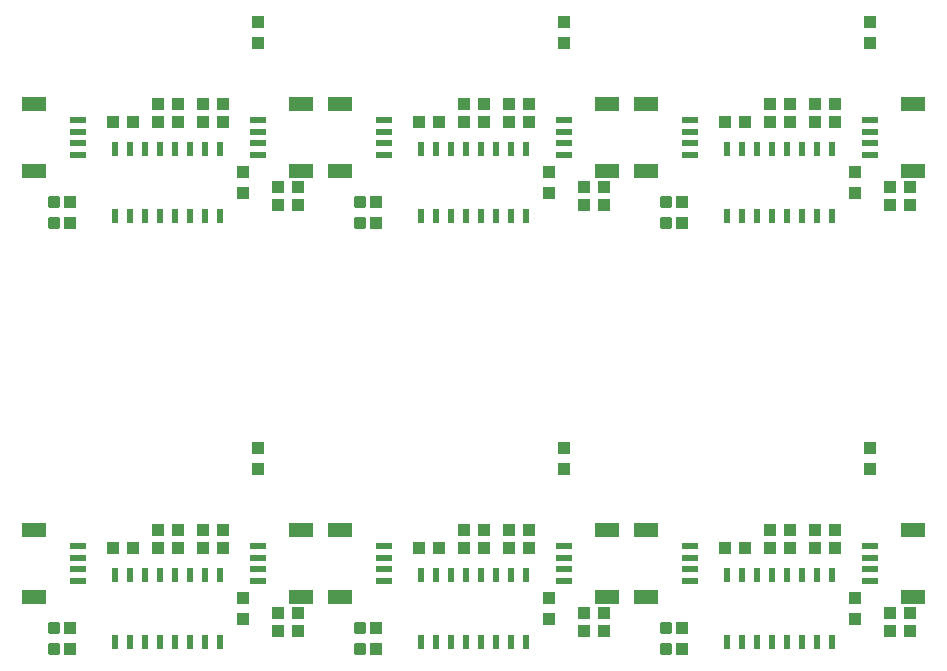
<source format=gtp>
G75*
%MOIN*%
%OFA0B0*%
%FSLAX25Y25*%
%IPPOS*%
%LPD*%
%AMOC8*
5,1,8,0,0,1.08239X$1,22.5*
%
%ADD10R,0.07874X0.04724*%
%ADD11R,0.05315X0.02362*%
%ADD12C,0.01181*%
%ADD13R,0.02362X0.04724*%
%ADD14R,0.04331X0.03937*%
%ADD15R,0.03937X0.04331*%
D10*
X0053873Y0072726D03*
X0053873Y0094774D03*
X0142810Y0094774D03*
X0155873Y0094774D03*
X0155873Y0072726D03*
X0142810Y0072726D03*
X0244810Y0072726D03*
X0257873Y0072726D03*
X0257873Y0094774D03*
X0244810Y0094774D03*
X0346810Y0094774D03*
X0346810Y0072726D03*
X0346810Y0214726D03*
X0346810Y0236774D03*
X0257873Y0236774D03*
X0244810Y0236774D03*
X0244810Y0214726D03*
X0257873Y0214726D03*
X0155873Y0214726D03*
X0142810Y0214726D03*
X0142810Y0236774D03*
X0155873Y0236774D03*
X0053873Y0236774D03*
X0053873Y0214726D03*
D11*
X0068342Y0219844D03*
X0068342Y0223781D03*
X0068342Y0227719D03*
X0068342Y0231656D03*
X0128342Y0231656D03*
X0128342Y0227719D03*
X0128342Y0223781D03*
X0128342Y0219844D03*
X0170342Y0219844D03*
X0170342Y0223781D03*
X0170342Y0227719D03*
X0170342Y0231656D03*
X0230342Y0231656D03*
X0230342Y0227719D03*
X0230342Y0223781D03*
X0230342Y0219844D03*
X0272342Y0219844D03*
X0272342Y0223781D03*
X0272342Y0227719D03*
X0272342Y0231656D03*
X0332342Y0231656D03*
X0332342Y0227719D03*
X0332342Y0223781D03*
X0332342Y0219844D03*
X0332342Y0089656D03*
X0332342Y0085719D03*
X0332342Y0081781D03*
X0332342Y0077844D03*
X0272342Y0077844D03*
X0272342Y0081781D03*
X0272342Y0085719D03*
X0272342Y0089656D03*
X0230342Y0089656D03*
X0230342Y0085719D03*
X0230342Y0081781D03*
X0230342Y0077844D03*
X0170342Y0077844D03*
X0170342Y0081781D03*
X0170342Y0085719D03*
X0170342Y0089656D03*
X0128342Y0089656D03*
X0128342Y0085719D03*
X0128342Y0081781D03*
X0128342Y0077844D03*
X0068342Y0077844D03*
X0068342Y0081781D03*
X0068342Y0085719D03*
X0068342Y0089656D03*
D12*
X0061720Y0053919D02*
X0058964Y0053919D01*
X0058964Y0056675D01*
X0061720Y0056675D01*
X0061720Y0053919D01*
X0061720Y0055041D02*
X0058964Y0055041D01*
X0058964Y0056163D02*
X0061720Y0056163D01*
X0061720Y0060825D02*
X0058964Y0060825D01*
X0058964Y0063581D01*
X0061720Y0063581D01*
X0061720Y0060825D01*
X0061720Y0061947D02*
X0058964Y0061947D01*
X0058964Y0063069D02*
X0061720Y0063069D01*
X0160964Y0060825D02*
X0163720Y0060825D01*
X0160964Y0060825D02*
X0160964Y0063581D01*
X0163720Y0063581D01*
X0163720Y0060825D01*
X0163720Y0061947D02*
X0160964Y0061947D01*
X0160964Y0063069D02*
X0163720Y0063069D01*
X0163720Y0053919D02*
X0160964Y0053919D01*
X0160964Y0056675D01*
X0163720Y0056675D01*
X0163720Y0053919D01*
X0163720Y0055041D02*
X0160964Y0055041D01*
X0160964Y0056163D02*
X0163720Y0056163D01*
X0262964Y0053919D02*
X0265720Y0053919D01*
X0262964Y0053919D02*
X0262964Y0056675D01*
X0265720Y0056675D01*
X0265720Y0053919D01*
X0265720Y0055041D02*
X0262964Y0055041D01*
X0262964Y0056163D02*
X0265720Y0056163D01*
X0265720Y0060825D02*
X0262964Y0060825D01*
X0262964Y0063581D01*
X0265720Y0063581D01*
X0265720Y0060825D01*
X0265720Y0061947D02*
X0262964Y0061947D01*
X0262964Y0063069D02*
X0265720Y0063069D01*
X0265720Y0195919D02*
X0262964Y0195919D01*
X0262964Y0198675D01*
X0265720Y0198675D01*
X0265720Y0195919D01*
X0265720Y0197041D02*
X0262964Y0197041D01*
X0262964Y0198163D02*
X0265720Y0198163D01*
X0265720Y0202825D02*
X0262964Y0202825D01*
X0262964Y0205581D01*
X0265720Y0205581D01*
X0265720Y0202825D01*
X0265720Y0203947D02*
X0262964Y0203947D01*
X0262964Y0205069D02*
X0265720Y0205069D01*
X0163720Y0202825D02*
X0160964Y0202825D01*
X0160964Y0205581D01*
X0163720Y0205581D01*
X0163720Y0202825D01*
X0163720Y0203947D02*
X0160964Y0203947D01*
X0160964Y0205069D02*
X0163720Y0205069D01*
X0163720Y0195919D02*
X0160964Y0195919D01*
X0160964Y0198675D01*
X0163720Y0198675D01*
X0163720Y0195919D01*
X0163720Y0197041D02*
X0160964Y0197041D01*
X0160964Y0198163D02*
X0163720Y0198163D01*
X0061720Y0195919D02*
X0058964Y0195919D01*
X0058964Y0198675D01*
X0061720Y0198675D01*
X0061720Y0195919D01*
X0061720Y0197041D02*
X0058964Y0197041D01*
X0058964Y0198163D02*
X0061720Y0198163D01*
X0061720Y0202825D02*
X0058964Y0202825D01*
X0058964Y0205581D01*
X0061720Y0205581D01*
X0061720Y0202825D01*
X0061720Y0203947D02*
X0058964Y0203947D01*
X0058964Y0205069D02*
X0061720Y0205069D01*
D13*
X0080842Y0199726D03*
X0085842Y0199726D03*
X0090842Y0199726D03*
X0095842Y0199726D03*
X0100842Y0199726D03*
X0105842Y0199726D03*
X0110842Y0199726D03*
X0115842Y0199726D03*
X0115842Y0221774D03*
X0110842Y0221774D03*
X0105842Y0221774D03*
X0100842Y0221774D03*
X0095842Y0221774D03*
X0090842Y0221774D03*
X0085842Y0221774D03*
X0080842Y0221774D03*
X0182842Y0221774D03*
X0187842Y0221774D03*
X0192842Y0221774D03*
X0197842Y0221774D03*
X0202842Y0221774D03*
X0207842Y0221774D03*
X0212842Y0221774D03*
X0217842Y0221774D03*
X0217842Y0199726D03*
X0212842Y0199726D03*
X0207842Y0199726D03*
X0202842Y0199726D03*
X0197842Y0199726D03*
X0192842Y0199726D03*
X0187842Y0199726D03*
X0182842Y0199726D03*
X0284842Y0199726D03*
X0289842Y0199726D03*
X0294842Y0199726D03*
X0299842Y0199726D03*
X0304842Y0199726D03*
X0309842Y0199726D03*
X0314842Y0199726D03*
X0319842Y0199726D03*
X0319842Y0221774D03*
X0314842Y0221774D03*
X0309842Y0221774D03*
X0304842Y0221774D03*
X0299842Y0221774D03*
X0294842Y0221774D03*
X0289842Y0221774D03*
X0284842Y0221774D03*
X0284842Y0079774D03*
X0289842Y0079774D03*
X0294842Y0079774D03*
X0299842Y0079774D03*
X0304842Y0079774D03*
X0309842Y0079774D03*
X0314842Y0079774D03*
X0319842Y0079774D03*
X0319842Y0057726D03*
X0314842Y0057726D03*
X0309842Y0057726D03*
X0304842Y0057726D03*
X0299842Y0057726D03*
X0294842Y0057726D03*
X0289842Y0057726D03*
X0284842Y0057726D03*
X0217842Y0057726D03*
X0212842Y0057726D03*
X0207842Y0057726D03*
X0202842Y0057726D03*
X0197842Y0057726D03*
X0192842Y0057726D03*
X0187842Y0057726D03*
X0182842Y0057726D03*
X0182842Y0079774D03*
X0187842Y0079774D03*
X0192842Y0079774D03*
X0197842Y0079774D03*
X0202842Y0079774D03*
X0207842Y0079774D03*
X0212842Y0079774D03*
X0217842Y0079774D03*
X0115842Y0079774D03*
X0110842Y0079774D03*
X0105842Y0079774D03*
X0100842Y0079774D03*
X0095842Y0079774D03*
X0090842Y0079774D03*
X0085842Y0079774D03*
X0080842Y0079774D03*
X0080842Y0057726D03*
X0085842Y0057726D03*
X0090842Y0057726D03*
X0095842Y0057726D03*
X0100842Y0057726D03*
X0105842Y0057726D03*
X0110842Y0057726D03*
X0115842Y0057726D03*
D14*
X0134995Y0061250D03*
X0134995Y0067250D03*
X0141688Y0067250D03*
X0141688Y0061250D03*
X0116688Y0088750D03*
X0116688Y0094750D03*
X0109995Y0094750D03*
X0109995Y0088750D03*
X0101688Y0088750D03*
X0101688Y0094750D03*
X0094995Y0094750D03*
X0094995Y0088750D03*
X0086688Y0088750D03*
X0079995Y0088750D03*
X0181995Y0088750D03*
X0188688Y0088750D03*
X0196995Y0088750D03*
X0196995Y0094750D03*
X0203688Y0094750D03*
X0203688Y0088750D03*
X0211995Y0088750D03*
X0211995Y0094750D03*
X0218688Y0094750D03*
X0218688Y0088750D03*
X0236995Y0067250D03*
X0236995Y0061250D03*
X0243688Y0061250D03*
X0243688Y0067250D03*
X0283995Y0088750D03*
X0290688Y0088750D03*
X0298995Y0088750D03*
X0298995Y0094750D03*
X0305688Y0094750D03*
X0305688Y0088750D03*
X0313995Y0088750D03*
X0313995Y0094750D03*
X0320688Y0094750D03*
X0320688Y0088750D03*
X0338995Y0067250D03*
X0338995Y0061250D03*
X0345688Y0061250D03*
X0345688Y0067250D03*
X0345688Y0203250D03*
X0338995Y0203250D03*
X0338995Y0209250D03*
X0345688Y0209250D03*
X0320688Y0230750D03*
X0320688Y0236750D03*
X0313995Y0236750D03*
X0305688Y0236750D03*
X0305688Y0230750D03*
X0313995Y0230750D03*
X0298995Y0230750D03*
X0298995Y0236750D03*
X0290688Y0230750D03*
X0283995Y0230750D03*
X0243688Y0209250D03*
X0236995Y0209250D03*
X0236995Y0203250D03*
X0243688Y0203250D03*
X0218688Y0230750D03*
X0218688Y0236750D03*
X0211995Y0236750D03*
X0211995Y0230750D03*
X0203688Y0230750D03*
X0196995Y0230750D03*
X0196995Y0236750D03*
X0203688Y0236750D03*
X0188688Y0230750D03*
X0181995Y0230750D03*
X0141688Y0209250D03*
X0141688Y0203250D03*
X0134995Y0203250D03*
X0134995Y0209250D03*
X0116688Y0230750D03*
X0109995Y0230750D03*
X0109995Y0236750D03*
X0116688Y0236750D03*
X0101688Y0236750D03*
X0101688Y0230750D03*
X0094995Y0230750D03*
X0086688Y0230750D03*
X0079995Y0230750D03*
X0094995Y0236750D03*
D15*
X0123342Y0214096D03*
X0123342Y0207404D03*
X0167842Y0204096D03*
X0167842Y0197404D03*
X0225342Y0207404D03*
X0225342Y0214096D03*
X0269842Y0204096D03*
X0269842Y0197404D03*
X0327342Y0207404D03*
X0327342Y0214096D03*
X0332342Y0257404D03*
X0332342Y0264096D03*
X0230342Y0264096D03*
X0230342Y0257404D03*
X0128342Y0257404D03*
X0128342Y0264096D03*
X0065842Y0204096D03*
X0065842Y0197404D03*
X0128342Y0122096D03*
X0128342Y0115404D03*
X0123342Y0072096D03*
X0123342Y0065404D03*
X0167842Y0062096D03*
X0167842Y0055404D03*
X0225342Y0065404D03*
X0225342Y0072096D03*
X0269842Y0062096D03*
X0269842Y0055404D03*
X0327342Y0065404D03*
X0327342Y0072096D03*
X0332342Y0115404D03*
X0332342Y0122096D03*
X0230342Y0122096D03*
X0230342Y0115404D03*
X0065842Y0062096D03*
X0065842Y0055404D03*
M02*

</source>
